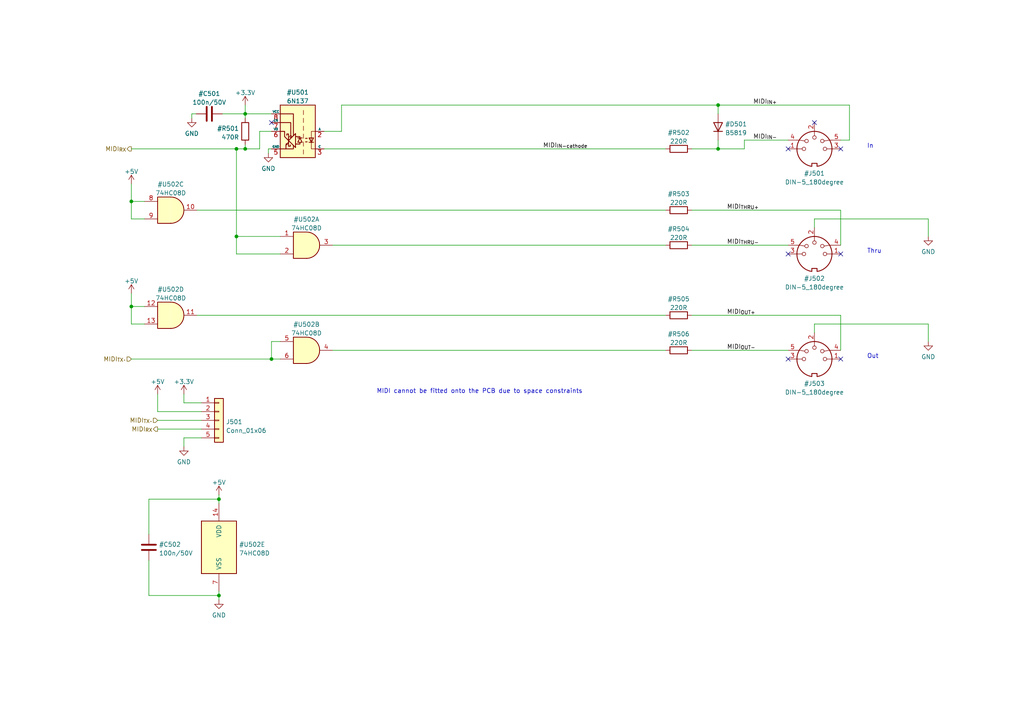
<source format=kicad_sch>
(kicad_sch (version 20211123) (generator eeschema)
  (paper "A4")
  (title_block (title "Led Wall Controller") (rev "1") (company "Skrooter Audio"))
  (lib_symbols
    (symbol "4xxx:4081" (pin_names (offset 1.016))
      (property "Reference" "U" (at 0 1.27 0))
      (property "Value" "4081" (at 0 -1.27 0))
      (symbol "4081_1_1"
        (arc (start 0 -3.81) (mid 3.81 0) (end 0 3.81) (stroke (width 0.254)) (fill (type background)))
        (polyline (pts (xy 0 3.81) (xy -3.81 3.81) (xy -3.81 -3.81) (xy 0 -3.81)) (stroke (width 0.254)) (fill (type background)))
        (pin input line (at -7.62 2.54 0) (length 3.81) (name "~") (number "1"))
        (pin input line (at -7.62 -2.54 0) (length 3.81) (name "~") (number "2"))
        (pin output line (at 7.62 0 180) (length 3.81) (name "~") (number "3"))
      )
      (symbol "4081_1_2"
        (arc (start -3.81 -3.81) (mid -2.589 0) (end -3.81 3.81) (stroke (width 0.254)))
        (arc (start -0.6096 -3.81) (mid 2.1842 -2.5851) (end 3.81 0) (stroke (width 0.254)) (fill (type background)))
        (polyline (pts (xy -3.81 -3.81) (xy -0.635 -3.81)) (stroke (width 0.254)) (fill (type background)))
        (polyline (pts (xy -3.81 3.81) (xy -0.635 3.81)) (stroke (width 0.254)) (fill (type background)))
        (polyline (pts (xy -0.635 3.81) (xy -3.81 3.81) (xy -3.81 3.81) (xy -3.556 3.4036) (xy -3.0226 2.2606) (xy -2.6924 1.0414) (xy -2.6162 -0.254) (xy -2.7686 -1.4986) (xy -3.175 -2.7178) (xy -3.81 -3.81) (xy -3.81 -3.81) (xy -0.635 -3.81)) (stroke (width -25.4)) (fill (type background)))
        (arc (start 3.81 0) (mid 2.1915 2.5936) (end -0.6096 3.81) (stroke (width 0.254)) (fill (type background)))
        (pin input inverted (at -7.62 2.54 0) (length 4.318) (name "~") (number "1"))
        (pin input inverted (at -7.62 -2.54 0) (length 4.318) (name "~") (number "2"))
        (pin output inverted (at 7.62 0 180) (length 3.81) (name "~") (number "3"))
      )
      (symbol "4081_2_1"
        (arc (start 0 -3.81) (mid 3.81 0) (end 0 3.81) (stroke (width 0.254)) (fill (type background)))
        (polyline (pts (xy 0 3.81) (xy -3.81 3.81) (xy -3.81 -3.81) (xy 0 -3.81)) (stroke (width 0.254)) (fill (type background)))
        (pin output line (at 7.62 0 180) (length 3.81) (name "~") (number "4"))
        (pin input line (at -7.62 2.54 0) (length 3.81) (name "~") (number "5"))
        (pin input line (at -7.62 -2.54 0) (length 3.81) (name "~") (number "6"))
      )
      (symbol "4081_2_2"
        (arc (start -3.81 -3.81) (mid -2.589 0) (end -3.81 3.81) (stroke (width 0.254)))
        (arc (start -0.6096 -3.81) (mid 2.1842 -2.5851) (end 3.81 0) (stroke (width 0.254)) (fill (type background)))
        (polyline (pts (xy -3.81 -3.81) (xy -0.635 -3.81)) (stroke (width 0.254)) (fill (type background)))
        (polyline (pts (xy -3.81 3.81) (xy -0.635 3.81)) (stroke (width 0.254)) (fill (type background)))
        (polyline (pts (xy -0.635 3.81) (xy -3.81 3.81) (xy -3.81 3.81) (xy -3.556 3.4036) (xy -3.0226 2.2606) (xy -2.6924 1.0414) (xy -2.6162 -0.254) (xy -2.7686 -1.4986) (xy -3.175 -2.7178) (xy -3.81 -3.81) (xy -3.81 -3.81) (xy -0.635 -3.81)) (stroke (width -25.4)) (fill (type background)))
        (arc (start 3.81 0) (mid 2.1915 2.5936) (end -0.6096 3.81) (stroke (width 0.254)) (fill (type background)))
        (pin output inverted (at 7.62 0 180) (length 3.81) (name "~") (number "4"))
        (pin input inverted (at -7.62 2.54 0) (length 4.318) (name "~") (number "5"))
        (pin input inverted (at -7.62 -2.54 0) (length 4.318) (name "~") (number "6"))
      )
      (symbol "4081_3_1"
        (arc (start 0 -3.81) (mid 3.81 0) (end 0 3.81) (stroke (width 0.254)) (fill (type background)))
        (polyline (pts (xy 0 3.81) (xy -3.81 3.81) (xy -3.81 -3.81) (xy 0 -3.81)) (stroke (width 0.254)) (fill (type background)))
        (pin output line (at 7.62 0 180) (length 3.81) (name "~") (number "10"))
        (pin input line (at -7.62 2.54 0) (length 3.81) (name "~") (number "8"))
        (pin input line (at -7.62 -2.54 0) (length 3.81) (name "~") (number "9"))
      )
      (symbol "4081_3_2"
        (arc (start -3.81 -3.81) (mid -2.589 0) (end -3.81 3.81) (stroke (width 0.254)))
        (arc (start -0.6096 -3.81) (mid 2.1842 -2.5851) (end 3.81 0) (stroke (width 0.254)) (fill (type background)))
        (polyline (pts (xy -3.81 -3.81) (xy -0.635 -3.81)) (stroke (width 0.254)) (fill (type background)))
        (polyline (pts (xy -3.81 3.81) (xy -0.635 3.81)) (stroke (width 0.254)) (fill (type background)))
        (polyline (pts (xy -0.635 3.81) (xy -3.81 3.81) (xy -3.81 3.81) (xy -3.556 3.4036) (xy -3.0226 2.2606) (xy -2.6924 1.0414) (xy -2.6162 -0.254) (xy -2.7686 -1.4986) (xy -3.175 -2.7178) (xy -3.81 -3.81) (xy -3.81 -3.81) (xy -0.635 -3.81)) (stroke (width -25.4)) (fill (type background)))
        (arc (start 3.81 0) (mid 2.1915 2.5936) (end -0.6096 3.81) (stroke (width 0.254)) (fill (type background)))
        (pin output inverted (at 7.62 0 180) (length 3.81) (name "~") (number "10"))
        (pin input inverted (at -7.62 2.54 0) (length 4.318) (name "~") (number "8"))
        (pin input inverted (at -7.62 -2.54 0) (length 4.318) (name "~") (number "9"))
      )
      (symbol "4081_4_1"
        (arc (start 0 -3.81) (mid 3.81 0) (end 0 3.81) (stroke (width 0.254)) (fill (type background)))
        (polyline (pts (xy 0 3.81) (xy -3.81 3.81) (xy -3.81 -3.81) (xy 0 -3.81)) (stroke (width 0.254)) (fill (type background)))
        (pin output line (at 7.62 0 180) (length 3.81) (name "~") (number "11"))
        (pin input line (at -7.62 2.54 0) (length 3.81) (name "~") (number "12"))
        (pin input line (at -7.62 -2.54 0) (length 3.81) (name "~") (number "13"))
      )
      (symbol "4081_4_2"
        (arc (start -3.81 -3.81) (mid -2.589 0) (end -3.81 3.81) (stroke (width 0.254)))
        (arc (start -0.6096 -3.81) (mid 2.1842 -2.5851) (end 3.81 0) (stroke (width 0.254)) (fill (type background)))
        (polyline (pts (xy -3.81 -3.81) (xy -0.635 -3.81)) (stroke (width 0.254)) (fill (type background)))
        (polyline (pts (xy -3.81 3.81) (xy -0.635 3.81)) (stroke (width 0.254)) (fill (type background)))
        (polyline (pts (xy -0.635 3.81) (xy -3.81 3.81) (xy -3.81 3.81) (xy -3.556 3.4036) (xy -3.0226 2.2606) (xy -2.6924 1.0414) (xy -2.6162 -0.254) (xy -2.7686 -1.4986) (xy -3.175 -2.7178) (xy -3.81 -3.81) (xy -3.81 -3.81) (xy -0.635 -3.81)) (stroke (width -25.4)) (fill (type background)))
        (arc (start 3.81 0) (mid 2.1915 2.5936) (end -0.6096 3.81) (stroke (width 0.254)) (fill (type background)))
        (pin output inverted (at 7.62 0 180) (length 3.81) (name "~") (number "11"))
        (pin input inverted (at -7.62 2.54 0) (length 4.318) (name "~") (number "12"))
        (pin input inverted (at -7.62 -2.54 0) (length 4.318) (name "~") (number "13"))
      )
      (symbol "4081_5_0"
        (pin power_in line (at 0 12.7 270) (length 5.08) (name "VDD") (number "14"))
        (pin power_in line (at 0 -12.7 90) (length 5.08) (name "VSS") (number "7"))
      )
      (symbol "4081_5_1"
        (rectangle (start -5.08 7.62) (end 5.08 -7.62) (stroke (width 0.254)) (fill (type background)))
      )
    )
    (symbol "Connector:DIN-5_180degree" (pin_names (offset 1.016))
      (property "Reference" "J" (at 3.175 5.715 0))
      (property "Value" "DIN-5_180degree" (at 0 -6.35 0))
      (symbol "DIN-5_180degree_0_1"
        (arc (start -5.08 0) (mid -3.8609 -3.3364) (end -0.762 -5.08) (stroke (width 0.254)))
        (circle (center -3.048 0) (radius 0.508))
        (circle (center -2.286 2.286) (radius 0.508))
        (polyline (pts (xy -5.08 0) (xy -3.556 0)))
        (polyline (pts (xy 0 5.08) (xy 0 3.81)))
        (polyline (pts (xy 5.08 0) (xy 3.556 0)))
        (polyline (pts (xy -5.08 2.54) (xy -4.318 2.54) (xy -2.794 2.286)))
        (polyline (pts (xy 5.08 2.54) (xy 4.318 2.54) (xy 2.794 2.286)))
        (polyline (pts (xy -0.762 -4.953) (xy -0.762 -4.191) (xy 0.762 -4.191) (xy 0.762 -4.953)) (stroke (width 0.254)))
        (circle (center 0 3.302) (radius 0.508))
        (arc (start 0.762 -5.08) (mid 3.8685 -3.343) (end 5.08 0) (stroke (width 0.254)))
        (circle (center 2.286 2.286) (radius 0.508))
        (circle (center 3.048 0) (radius 0.508))
        (arc (start 5.08 0) (mid 0 5.08) (end -5.08 0) (stroke (width 0.254)))
      )
      (symbol "DIN-5_180degree_1_1"
        (pin passive line (at -7.62 0 0) (length 2.54) (name "~") (number "1"))
        (pin passive line (at 0 7.62 270) (length 2.54) (name "~") (number "2"))
        (pin passive line (at 7.62 0 180) (length 2.54) (name "~") (number "3"))
        (pin passive line (at -7.62 2.54 0) (length 2.54) (name "~") (number "4"))
        (pin passive line (at 7.62 2.54 180) (length 2.54) (name "~") (number "5"))
      )
    )
    (symbol "Connector_Generic:Conn_01x05" (pin_names (offset 1.016) hide)
      (property "Reference" "J" (at 0 7.62 0))
      (property "Value" "Conn_01x05" (at 0 -7.62 0))
      (symbol "Conn_01x05_1_1"
        (rectangle (start -1.27 -4.953) (end 0 -5.207) (stroke (width 0.1524)))
        (rectangle (start -1.27 -2.413) (end 0 -2.667) (stroke (width 0.1524)))
        (rectangle (start -1.27 0.127) (end 0 -0.127) (stroke (width 0.1524)))
        (rectangle (start -1.27 2.667) (end 0 2.413) (stroke (width 0.1524)))
        (rectangle (start -1.27 5.207) (end 0 4.953) (stroke (width 0.1524)))
        (rectangle (start -1.27 6.35) (end 1.27 -6.35) (stroke (width 0.254)) (fill (type background)))
        (pin passive line (at -5.08 5.08 0) (length 3.81) (name "Pin_1") (number "1"))
        (pin passive line (at -5.08 2.54 0) (length 3.81) (name "Pin_2") (number "2"))
        (pin passive line (at -5.08 0 0) (length 3.81) (name "Pin_3") (number "3"))
        (pin passive line (at -5.08 -2.54 0) (length 3.81) (name "Pin_4") (number "4"))
        (pin passive line (at -5.08 -5.08 0) (length 3.81) (name "Pin_5") (number "5"))
      )
    )
    (symbol "Device:C" (pin_numbers hide) (pin_names (offset 0.254))
      (property "Reference" "C" (at 0.635 2.54 0))
      (property "Value" "C" (at 0.635 -2.54 0))
      (symbol "C_0_1"
        (polyline (pts (xy -2.032 -0.762) (xy 2.032 -0.762)) (stroke (width 0.508)))
        (polyline (pts (xy -2.032 0.762) (xy 2.032 0.762)) (stroke (width 0.508)))
      )
      (symbol "C_1_1"
        (pin passive line (at 0 3.81 270) (length 2.794) (name "~") (number "1"))
        (pin passive line (at 0 -3.81 90) (length 2.794) (name "~") (number "2"))
      )
    )
    (symbol "Device:D" (pin_numbers hide) (pin_names (offset 1.016) hide)
      (property "Reference" "D" (at 0 2.54 0))
      (property "Value" "D" (at 0 -2.54 0))
      (symbol "D_0_1"
        (polyline (pts (xy -1.27 1.27) (xy -1.27 -1.27)) (stroke (width 0.254)))
        (polyline (pts (xy 1.27 0) (xy -1.27 0)))
        (polyline (pts (xy 1.27 1.27) (xy 1.27 -1.27) (xy -1.27 0) (xy 1.27 1.27)) (stroke (width 0.254)))
      )
      (symbol "D_1_1"
        (pin passive line (at -3.81 0 0) (length 2.54) (name "K") (number "1"))
        (pin passive line (at 3.81 0 180) (length 2.54) (name "A") (number "2"))
      )
    )
    (symbol "Device:R" (pin_numbers hide) (pin_names (offset 0))
      (property "Reference" "R" (at 2.032 0 90))
      (property "Value" "R" (at 0 0 90))
      (symbol "R_0_1"
        (rectangle (start -1.016 -2.54) (end 1.016 2.54) (stroke (width 0.254)))
      )
      (symbol "R_1_1"
        (pin passive line (at 0 3.81 270) (length 1.27) (name "~") (number "1"))
        (pin passive line (at 0 -3.81 90) (length 1.27) (name "~") (number "2"))
      )
    )
    (symbol "Isolator:6N137" (pin_names (offset 0))
      (property "Reference" "U" (at -4.064 8.89 0))
      (property "Value" "6N137" (at 0 -8.89 0))
      (symbol "6N137_0_1"
        (polyline (pts (xy 2.667 -3.556) (xy 2.667 -1.651)) (stroke (width 0.254)))
        (polyline (pts (xy 2.667 -2.159) (xy 2.667 -2.921)) (stroke (width 0.254)))
        (polyline (pts (xy 3.429 -3.937) (xy 3.429 -5.08)) (stroke (width 0.254)))
        (polyline (pts (xy -0.635 -3.302) (xy -0.635 -3.683) (xy 0.635 -3.683)) (stroke (width 0.254)))
        (polyline (pts (xy -0.635 -1.905) (xy -0.635 -1.524) (xy 0.508 -1.524)) (stroke (width 0.254)))
        (polyline (pts (xy 1.27 -4.064) (xy 1.27 -5.08) (xy 5.08 -5.08)) (stroke (width 0.254)))
        (polyline (pts (xy 1.27 -1.27) (xy 1.27 5.08) (xy 5.08 5.08)) (stroke (width 0.254)))
        (polyline (pts (xy 2.032 -1.27) (xy 2.032 2.54) (xy 5.08 2.54)) (stroke (width 0.254)))
        (polyline (pts (xy -5.08 -5.08) (xy -3.937 -5.08) (xy -3.937 0) (xy -5.08 0)))
        (polyline (pts (xy 2.667 -3.302) (xy 2.667 -4.318) (xy 2.159 -4.318) (xy 2.159 -3.937)) (stroke (width 0.254)))
        (polyline (pts (xy 2.667 -2.667) (xy 0.635 -4.699) (xy 0.635 -0.635) (xy 2.667 -2.667)) (stroke (width 0.254)))
        (polyline (pts (xy 2.667 -1.778) (xy 2.667 -0.762) (xy 3.175 -0.762) (xy 3.175 -1.143)) (stroke (width 0.254)))
        (polyline (pts (xy 2.794 -2.54) (xy 3.81 -1.524) (xy 3.81 0) (xy 5.08 0)) (stroke (width 0.254)))
        (polyline (pts (xy 2.667 -3.175) (xy 3.429 -3.937) (xy 3.302 -3.556) (xy 3.048 -3.81) (xy 3.429 -3.937)) (stroke (width 0.254)))
        (circle (center 2.032 -1.524) (radius 0.254) (stroke (width 0.254)))
      )
      (symbol "6N137_1_1"
        (rectangle (start -5.08 7.62) (end 5.08 -7.62) (stroke (width 0.254)) (fill (type background)))
        (polyline (pts (xy -4.572 -3.175) (xy -3.302 -3.175)) (stroke (width 0.254)))
        (polyline (pts (xy -1.651 -5.334) (xy -1.651 -6.604)))
        (polyline (pts (xy -1.651 -3.048) (xy -1.651 -4.318)))
        (polyline (pts (xy -1.651 -0.762) (xy -1.651 -2.032)))
        (polyline (pts (xy -1.651 1.524) (xy -1.651 0.254)))
        (polyline (pts (xy -1.651 3.81) (xy -1.651 2.54)))
        (polyline (pts (xy -1.651 6.096) (xy -1.651 4.826)))
        (polyline (pts (xy -1.27 -1.905) (xy 0 -1.905)) (stroke (width 0.254)))
        (polyline (pts (xy -3.937 -3.175) (xy -4.572 -1.905) (xy -3.302 -1.905) (xy -3.937 -3.175)) (stroke (width 0.254)))
        (polyline (pts (xy -0.635 -1.905) (xy -1.27 -3.175) (xy 0 -3.175) (xy -0.635 -1.905)) (stroke (width 0.254)))
        (polyline (pts (xy -2.921 -3.048) (xy -2.159 -3.048) (xy -2.54 -3.175) (xy -2.54 -2.921) (xy -2.159 -3.048)) (stroke (width 0.127)))
        (polyline (pts (xy -2.921 -2.032) (xy -2.159 -2.032) (xy -2.54 -2.159) (xy -2.54 -1.905) (xy -2.159 -2.032)) (stroke (width 0.127)))
        (pin no_connect line (at -5.08 5.08 0) (length 2.54) hide (name "NC") (number "1"))
        (pin passive line (at -7.62 0 0) (length 2.54) (name "A") (number "2"))
        (pin passive line (at -7.62 -5.08 0) (length 2.54) (name "C") (number "3"))
        (pin power_in line (at 7.62 -5.08 180) (length 2.54) (name "GND") (number "5"))
        (pin open_collector line (at 7.62 0 180) (length 2.54) (name "VO") (number "6"))
        (pin input line (at 7.62 2.54 180) (length 2.54) (name "EN") (number "7"))
        (pin power_in line (at 7.62 5.08 180) (length 2.54) (name "VCC") (number "8"))
      )
    )
    (symbol "power:+3.3V" (power) (pin_names (offset 0))
      (property "Value" "+3.3V" (at 0 3.556 0))
      (symbol "+3.3V_0_1"
        (polyline (pts (xy -0.762 1.27) (xy 0 2.54)))
        (polyline (pts (xy 0 0) (xy 0 2.54)))
        (polyline (pts (xy 0 2.54) (xy 0.762 1.27)))
      )
      (symbol "+3.3V_1_1"
        (pin power_in line (at 0 0 90) (length 0) hide (name "+3.3V") (number "1"))
      )
    )
    (symbol "power:+5V" (power) (pin_names (offset 0))
      (property "Value" "+5V" (at 0 3.556 0))
      (symbol "+5V_0_1"
        (polyline (pts (xy -0.762 1.27) (xy 0 2.54)))
        (polyline (pts (xy 0 0) (xy 0 2.54)))
        (polyline (pts (xy 0 2.54) (xy 0.762 1.27)))
      )
      (symbol "+5V_1_1"
        (pin power_in line (at 0 0 90) (length 0) hide (name "+5V") (number "1"))
      )
    )
    (symbol "power:GND" (power) (pin_names (offset 0))
      (property "Value" "GND" (at 0 -3.81 0))
      (symbol "GND_0_1"
        (polyline (pts (xy 0 0) (xy 0 -1.27) (xy 1.27 -1.27) (xy 0 -2.54) (xy -1.27 -1.27) (xy 0 -1.27)))
      )
      (symbol "GND_1_1"
        (pin power_in line (at 0 0 270) (length 0) hide (name "GND") (number "1"))
      )
    )
  )
  (junction (at 78.74 104.14))
  (junction (at 68.58 43.18))
  (junction (at 208.28 43.18))
  (junction (at 68.58 68.58))
  (junction (at 63.5 144.78))
  (junction (at 63.5 172.72))
  (junction (at 71.12 43.18))
  (junction (at 38.1 58.42))
  (junction (at 38.1 88.9))
  (junction (at 71.12 33.02))
  (junction (at 208.28 30.48))
  (no_connect (at 78.74 35.56))
  (no_connect (at 228.6 73.66))
  (no_connect (at 243.84 73.66))
  (no_connect (at 243.84 43.18))
  (no_connect (at 228.6 104.14))
  (no_connect (at 236.22 35.56))
  (no_connect (at 228.6 43.18))
  (no_connect (at 243.84 104.14))
  (wire (pts (xy 38.1 43.18) (xy 68.58 43.18)))
  (wire (pts (xy 81.28 73.66) (xy 68.58 73.66)))
  (wire (pts (xy 43.18 144.78) (xy 63.5 144.78)))
  (wire (pts (xy 64.516 33.02) (xy 71.12 33.02)))
  (wire (pts (xy 38.1 88.9) (xy 38.1 93.98)))
  (wire (pts (xy 71.12 33.02) (xy 78.74 33.02)))
  (wire (pts (xy 208.28 40.64) (xy 208.28 43.18)))
  (wire (pts (xy 236.22 66.04) (xy 236.22 63.5)))
  (wire (pts (xy 243.84 40.64) (xy 246.38 40.64)))
  (wire (pts (xy 41.91 63.5) (xy 38.1 63.5)))
  (wire (pts (xy 57.15 91.44) (xy 193.04 91.44)))
  (wire (pts (xy 96.52 71.12) (xy 193.04 71.12)))
  (wire (pts (xy 208.28 30.48) (xy 208.28 33.02)))
  (wire (pts (xy 45.72 119.38) (xy 45.72 114.3)))
  (wire (pts (xy 208.28 43.18) (xy 215.9 43.18)))
  (wire (pts (xy 45.72 119.38) (xy 58.42 119.38)))
  (wire (pts (xy 200.66 71.12) (xy 228.6 71.12)))
  (wire (pts (xy 93.98 43.18) (xy 193.04 43.18)))
  (wire (pts (xy 63.5 172.72) (xy 63.5 173.99)))
  (wire (pts (xy 63.5 172.72) (xy 43.18 172.72)))
  (wire (pts (xy 77.851 43.18) (xy 78.74 43.18)))
  (wire (pts (xy 55.626 33.02) (xy 55.626 34.29)))
  (wire (pts (xy 243.84 71.12) (xy 243.84 60.96)))
  (wire (pts (xy 78.74 104.14) (xy 78.74 99.06)))
  (wire (pts (xy 236.22 63.5) (xy 269.24 63.5)))
  (wire (pts (xy 63.5 143.51) (xy 63.5 144.78)))
  (wire (pts (xy 41.91 88.9) (xy 38.1 88.9)))
  (wire (pts (xy 38.1 63.5) (xy 38.1 58.42)))
  (wire (pts (xy 43.18 154.94) (xy 43.18 144.78)))
  (wire (pts (xy 41.91 58.42) (xy 38.1 58.42)))
  (wire (pts (xy 71.12 33.02) (xy 71.12 34.29)))
  (wire (pts (xy 38.1 88.9) (xy 38.1 85.09)))
  (wire (pts (xy 236.22 93.98) (xy 269.24 93.98)))
  (wire (pts (xy 246.38 30.48) (xy 208.28 30.48)))
  (wire (pts (xy 53.34 127) (xy 58.42 127)))
  (wire (pts (xy 45.72 124.46) (xy 58.42 124.46)))
  (wire (pts (xy 53.34 116.84) (xy 58.42 116.84)))
  (wire (pts (xy 243.84 101.6) (xy 243.84 91.44)))
  (wire (pts (xy 200.66 91.44) (xy 243.84 91.44)))
  (wire (pts (xy 41.91 93.98) (xy 38.1 93.98)))
  (wire (pts (xy 75.311 38.1) (xy 75.311 43.18)))
  (wire (pts (xy 71.12 41.91) (xy 71.12 43.18)))
  (wire (pts (xy 99.06 38.1) (xy 93.98 38.1)))
  (wire (pts (xy 68.58 43.18) (xy 68.58 68.58)))
  (wire (pts (xy 77.851 43.18) (xy 77.851 44.45)))
  (wire (pts (xy 269.24 93.98) (xy 269.24 99.06)))
  (wire (pts (xy 99.06 30.48) (xy 99.06 38.1)))
  (wire (pts (xy 63.5 144.78) (xy 63.5 146.05)))
  (wire (pts (xy 200.66 101.6) (xy 228.6 101.6)))
  (wire (pts (xy 38.1 104.14) (xy 78.74 104.14)))
  (wire (pts (xy 215.9 40.64) (xy 228.6 40.64)))
  (wire (pts (xy 99.06 30.48) (xy 208.28 30.48)))
  (wire (pts (xy 71.12 43.18) (xy 75.311 43.18)))
  (wire (pts (xy 200.66 60.96) (xy 243.84 60.96)))
  (wire (pts (xy 200.66 43.18) (xy 208.28 43.18)))
  (wire (pts (xy 53.34 114.3) (xy 53.34 116.84)))
  (wire (pts (xy 68.58 68.58) (xy 68.58 73.66)))
  (wire (pts (xy 78.74 99.06) (xy 81.28 99.06)))
  (wire (pts (xy 215.9 43.18) (xy 215.9 40.64)))
  (wire (pts (xy 236.22 96.52) (xy 236.22 93.98)))
  (wire (pts (xy 269.24 63.5) (xy 269.24 68.58)))
  (wire (pts (xy 38.1 58.42) (xy 38.1 53.34)))
  (wire (pts (xy 96.52 101.6) (xy 193.04 101.6)))
  (wire (pts (xy 68.58 43.18) (xy 71.12 43.18)))
  (wire (pts (xy 56.896 33.02) (xy 55.626 33.02)))
  (wire (pts (xy 71.12 30.48) (xy 71.12 33.02)))
  (wire (pts (xy 246.38 40.64) (xy 246.38 30.48)))
  (wire (pts (xy 75.311 38.1) (xy 78.74 38.1)))
  (wire (pts (xy 53.34 129.54) (xy 53.34 127)))
  (wire (pts (xy 81.28 68.58) (xy 68.58 68.58)))
  (wire (pts (xy 81.28 104.14) (xy 78.74 104.14)))
  (wire (pts (xy 57.15 60.96) (xy 193.04 60.96)))
  (wire (pts (xy 45.72 121.92) (xy 58.42 121.92)))
  (wire (pts (xy 63.5 171.45) (xy 63.5 172.72)))
  (wire (pts (xy 43.18 172.72) (xy 43.18 162.56)))
  (text "Out" (at 251.46 104.14 0) (effects (font (size 1.27 1.27)) (justify left bottom)))
  (text "MIDI cannot be fitted onto the PCB due to space constraints" (at 109.22 114.3 0) (effects (font (size 1.27 1.27)) (justify left bottom)))
  (text "In" (at 251.46 43.18 0) (effects (font (size 1.27 1.27)) (justify left bottom)))
  (text "Thru" (at 251.46 73.66 0) (effects (font (size 1.27 1.27)) (justify left bottom)))
  (label "MIDI_{IN+}" (at 218.44 30.48 0))
  (label "MIDI_{IN-}" (at 218.44 40.64 0))
  (label "MIDI_{OUT-}" (at 210.82 101.6 0))
  (label "MIDI_{OUT+}" (at 210.82 91.44 0))
  (label "MIDI_{THRU+}" (at 210.82 60.96 0))
  (label "MIDI_{THRU-}" (at 210.82 71.12 0))
  (label "MIDI_{IN-cathode}" (at 157.48 43.18 0))
  (hierarchical_label "MIDI_{TX·}" (shape input) (at 45.72 121.92 180))
  (hierarchical_label "MIDI_{TX·}" (shape input) (at 38.1 104.14 180))
  (hierarchical_label "MIDI_{RX}" (shape output) (at 45.72 124.46 180))
  (hierarchical_label "MIDI_{RX}" (shape output) (at 38.1 43.18 180))
  (symbol (lib_id "power:GND") (at 63.5 173.99 0) (unit 1)
    (property "Reference" "#PWR0509" (effects hide))
    (property "Value" "GND" (at 63.5 178.4334 0))
  )
  (symbol (lib_id "4xxx:4081") (at 88.9 71.12 0) (unit 1)
    (property "Reference" "#U502" (at 88.9 63.6102 0))
    (property "Value" "74HC08D" (at 88.9 66.1471 0))
    (property "Footprint" "Package_SO:SOIC-14_3.9x8.7mm_P1.27mm" (effects hide))
    (property "Datasheet" "http://www.intersil.com/content/dam/Intersil/documents/cd40/cd4073bms-81bms-82bms.pdf" (effects hide))
    (property "LCSC" "C5593" (effects hide))
  )
  (symbol (lib_id "power:GND") (at 55.626 34.29 0) (unit 1)
    (property "Reference" "#PWR0502" (effects hide))
    (property "Value" "GND" (at 55.626 38.7334 0))
  )
  (symbol (lib_id "Device:R") (at 196.85 71.12 90) (unit 1)
    (property "Reference" "#R504" (at 196.85 66.4042 90))
    (property "Value" "220R" (at 196.85 68.9411 90))
    (property "Footprint" "Resistor_SMD:R_0805_2012Metric_Pad1.20x1.40mm_HandSolder" (effects hide))
    (property "LCSC" "C17557" (effects hide))
  )
  (symbol (lib_id "power:+5V") (at 45.72 114.3 0) (unit 1)
    (property "Reference" "#PWR0103" (effects hide))
    (property "Value" "+5V" (at 45.72 110.7242 0))
  )
  (symbol (lib_id "Device:D") (at 208.28 36.83 90) (unit 1)
    (property "Reference" "#D501" (at 210.312 35.9953 90) (effects (justify right)))
    (property "Value" "B5819" (at 210.312 38.5322 90) (effects (justify right)))
    (property "Footprint" "Diode_SMD:D_SOD-123" (effects hide))
    (property "LCSC" "C8598" (effects hide))
  )
  (symbol (lib_id "power:+5V") (at 38.1 53.34 0) (unit 1)
    (property "Reference" "#PWR0504" (effects hide))
    (property "Value" "+5V" (at 38.1 49.7642 0))
  )
  (symbol (lib_id "Device:C") (at 60.706 33.02 90) (unit 1)
    (property "Reference" "#C501" (at 60.706 27.1612 90))
    (property "Value" "100n/50V" (at 60.706 29.6981 90))
    (property "Footprint" "Capacitor_SMD:C_0603_1608Metric_Pad1.08x0.95mm_HandSolder" (effects hide))
    (property "LCSC" "C14663" (effects hide))
  )
  (symbol (lib_id "Connector_Generic:Conn_01x05") (at 63.5 121.92 0) (unit 1)
    (property "Reference" "J501" (at 65.532 122.3553 0) (effects (justify left)))
    (property "Value" "Conn_01x06" (at 65.532 124.8922 0) (effects (justify left)))
    (property "Footprint" "Connector_PinSocket_2.54mm:PinSocket_1x05_P2.54mm_Vertical" (effects hide))
  )
  (symbol (lib_id "4xxx:4081") (at 49.53 91.44 0) (unit 4)
    (property "Reference" "#U502" (at 49.53 83.9302 0))
    (property "Value" "74HC08D" (at 49.53 86.4671 0))
    (property "Footprint" "Package_SO:SOIC-14_3.9x8.7mm_P1.27mm" (effects hide))
    (property "Datasheet" "http://www.intersil.com/content/dam/Intersil/documents/cd40/cd4073bms-81bms-82bms.pdf" (effects hide))
    (property "LCSC" "C5593" (effects hide))
  )
  (symbol (lib_id "Isolator:6N137") (at 86.36 38.1 0) (mirror y) (unit 1)
    (property "Reference" "#U501" (at 86.36 26.7802 0))
    (property "Value" "6N137" (at 86.36 29.3171 0))
    (property "Footprint" "Package_SO:SSO-8_6.7x9.8mm_P2.54mm_Clearance8mm" (effects hide))
    (property "Datasheet" "https://datasheet.lcsc.com/szlcsc/1908282202_Everlight-Elec-6N137S1-TA_C110020.pdf" (effects hide))
    (property "LCSC" "C110020" (effects hide))
  )
  (symbol (lib_id "Connector:DIN-5_180degree") (at 236.22 104.14 0) (mirror y) (unit 1)
    (property "Reference" "#J503" (at 236.2199 111.2504 0))
    (property "Value" "DIN-5_180degree" (at 236.2199 113.7873 0))
    (property "Footprint" "Skrooter_footprints:DIN-504-M10" (effects hide))
    (property "Datasheet" "http://www.mouser.com/ds/2/18/40_c091_abd_e-75918.pdf" (effects hide))
    (property "LCSC" "C2939344" (effects hide))
  )
  (symbol (lib_id "Device:R") (at 196.85 60.96 90) (unit 1)
    (property "Reference" "#R503" (at 196.85 56.2442 90))
    (property "Value" "220R" (at 196.85 58.7811 90))
    (property "Footprint" "Resistor_SMD:R_0805_2012Metric_Pad1.20x1.40mm_HandSolder" (effects hide))
    (property "LCSC" "C17557" (effects hide))
  )
  (symbol (lib_id "4xxx:4081") (at 49.53 60.96 0) (unit 3)
    (property "Reference" "#U502" (at 49.53 53.4502 0))
    (property "Value" "74HC08D" (at 49.53 55.9871 0))
    (property "Footprint" "Package_SO:SOIC-14_3.9x8.7mm_P1.27mm" (effects hide))
    (property "Datasheet" "http://www.intersil.com/content/dam/Intersil/documents/cd40/cd4073bms-81bms-82bms.pdf" (effects hide))
    (property "LCSC" "C5593" (effects hide))
  )
  (symbol (lib_id "power:GND") (at 77.851 44.45 0) (unit 1)
    (property "Reference" "#PWR0503" (effects hide))
    (property "Value" "GND" (at 77.851 48.8934 0))
  )
  (symbol (lib_id "4xxx:4081") (at 88.9 101.6 0) (unit 2)
    (property "Reference" "#U502" (at 88.9 94.0902 0))
    (property "Value" "74HC08D" (at 88.9 96.6271 0))
    (property "Footprint" "Package_SO:SOIC-14_3.9x8.7mm_P1.27mm" (effects hide))
    (property "Datasheet" "http://www.intersil.com/content/dam/Intersil/documents/cd40/cd4073bms-81bms-82bms.pdf" (effects hide))
    (property "LCSC" "C5593" (effects hide))
  )
  (symbol (lib_id "Device:R") (at 196.85 101.6 90) (unit 1)
    (property "Reference" "#R506" (at 196.85 96.8842 90))
    (property "Value" "220R" (at 196.85 99.4211 90))
    (property "Footprint" "Resistor_SMD:R_0805_2012Metric_Pad1.20x1.40mm_HandSolder" (effects hide))
    (property "LCSC" "C17557" (effects hide))
  )
  (symbol (lib_id "power:GND") (at 269.24 99.06 0) (unit 1)
    (property "Reference" "#PWR0507" (effects hide))
    (property "Value" "GND" (at 269.24 103.5034 0))
  )
  (symbol (lib_id "4xxx:4081") (at 63.5 158.75 0) (unit 5)
    (property "Reference" "#U502" (at 69.342 157.9153 0) (effects (justify left)))
    (property "Value" "74HC08D" (at 69.342 160.4522 0) (effects (justify left)))
    (property "Footprint" "Package_SO:SOIC-14_3.9x8.7mm_P1.27mm" (effects hide))
    (property "Datasheet" "http://www.intersil.com/content/dam/Intersil/documents/cd40/cd4073bms-81bms-82bms.pdf" (effects hide))
    (property "LCSC" "C5593" (effects hide))
  )
  (symbol (lib_id "Connector:DIN-5_180degree") (at 236.22 43.18 0) (unit 1)
    (property "Reference" "#J501" (at 236.2201 50.2904 0))
    (property "Value" "DIN-5_180degree" (at 236.2201 52.8273 0))
    (property "Footprint" "Skrooter_footprints:DIN-504-M10" (effects hide))
    (property "Datasheet" "http://www.mouser.com/ds/2/18/40_c091_abd_e-75918.pdf" (effects hide))
    (property "LCSC" "C2939344" (effects hide))
  )
  (symbol (lib_id "power:+3.3V") (at 71.12 30.48 0) (mirror y) (unit 1)
    (property "Reference" "#PWR0501" (effects hide))
    (property "Value" "+3.3V" (at 71.12 26.9042 0))
  )
  (symbol (lib_id "Device:R") (at 196.85 43.18 90) (unit 1)
    (property "Reference" "#R502" (at 196.85 38.4642 90))
    (property "Value" "220R" (at 196.85 41.0011 90))
    (property "Footprint" "Resistor_SMD:R_0805_2012Metric_Pad1.20x1.40mm_HandSolder" (effects hide))
    (property "LCSC" "C17557" (effects hide))
  )
  (symbol (lib_id "power:+3.3V") (at 53.34 114.3 0) (mirror y) (unit 1)
    (property "Reference" "#PWR0101" (effects hide))
    (property "Value" "+3.3V" (at 53.34 110.7242 0))
  )
  (symbol (lib_id "Device:C") (at 43.18 158.75 0) (unit 1)
    (property "Reference" "#C502" (at 46.101 157.9153 0) (effects (justify left)))
    (property "Value" "100n/50V" (at 46.101 160.4522 0) (effects (justify left)))
    (property "Footprint" "Capacitor_SMD:C_0603_1608Metric_Pad1.08x0.95mm_HandSolder" (effects hide))
    (property "LCSC" "C14663" (effects hide))
  )
  (symbol (lib_id "power:GND") (at 53.34 129.54 0) (unit 1)
    (property "Reference" "#PWR0102" (effects hide))
    (property "Value" "GND" (at 53.34 133.9834 0))
  )
  (symbol (lib_id "Connector:DIN-5_180degree") (at 236.22 73.66 0) (mirror y) (unit 1)
    (property "Reference" "#J502" (at 236.2199 80.7704 0))
    (property "Value" "DIN-5_180degree" (at 236.2199 83.3073 0))
    (property "Footprint" "Skrooter_footprints:DIN-504-M10" (effects hide))
    (property "Datasheet" "http://www.mouser.com/ds/2/18/40_c091_abd_e-75918.pdf" (effects hide))
    (property "LCSC" "C2939344" (effects hide))
  )
  (symbol (lib_id "power:+5V") (at 63.5 143.51 0) (unit 1)
    (property "Reference" "#PWR0508" (effects hide))
    (property "Value" "+5V" (at 63.5 139.9342 0))
  )
  (symbol (lib_id "power:+5V") (at 38.1 85.09 0) (unit 1)
    (property "Reference" "#PWR0506" (effects hide))
    (property "Value" "+5V" (at 38.1 81.5142 0))
  )
  (symbol (lib_id "power:GND") (at 269.24 68.58 0) (unit 1)
    (property "Reference" "#PWR0505" (effects hide))
    (property "Value" "GND" (at 269.24 73.0234 0))
  )
  (symbol (lib_id "Device:R") (at 196.85 91.44 90) (unit 1)
    (property "Reference" "#R505" (at 196.85 86.7242 90))
    (property "Value" "220R" (at 196.85 89.2611 90))
    (property "Footprint" "Resistor_SMD:R_0805_2012Metric_Pad1.20x1.40mm_HandSolder" (effects hide))
    (property "LCSC" "C17557" (effects hide))
  )
  (symbol (lib_id "Device:R") (at 71.12 38.1 0) (mirror x) (unit 1)
    (property "Reference" "#R501" (at 69.342 37.2653 0) (effects (justify right)))
    (property "Value" "470R" (at 69.342 39.8022 0) (effects (justify right)))
    (property "Footprint" "Resistor_SMD:R_0603_1608Metric_Pad0.98x0.95mm_HandSolder" (effects hide))
    (property "LCSC" "C23179" (effects hide))
  )
)
</source>
